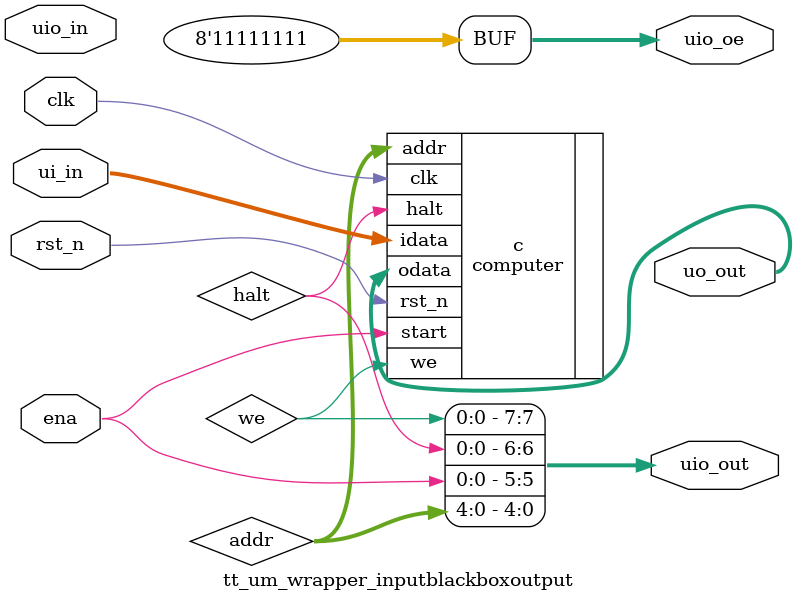
<source format=v>
module tt_um_wrapper_inputblackboxoutput (
    input  wire [7:0] ui_in,    // Dedicated inputs - connected to the input switches
    output wire [7:0] uo_out,   // Dedicated outputs - connected to the 7 segment display
    input  wire [7:0] uio_in,   // IOs: Bidirectional Input path
    output wire [7:0] uio_out,  // IOs: Bidirectional Output path
    output wire [7:0] uio_oe,   // IOs: Bidirectional Enable path (active high: 0=input, 1=output)
    input  wire       ena,      // will go high when the design is enabled
    input  wire       clk,      // clock
    input  wire       rst_n     // reset_n - low to reset
);


    // Set all bidirectional pins as outputs
    assign uio_oe = 8'b11111111;

    wire we;
    wire halt;
    wire [4:0] addr;
  
    computer c(
      .clk(clk),
      .rst_n(rst_n),

      .start(ena),
      .halt(halt),

      .we(we),
      .idata(ui_in),
      .odata(uo_out),
      .addr(addr)
    );
  
  
  assign uio_out = {we, halt, ena, addr};

endmodule

</source>
